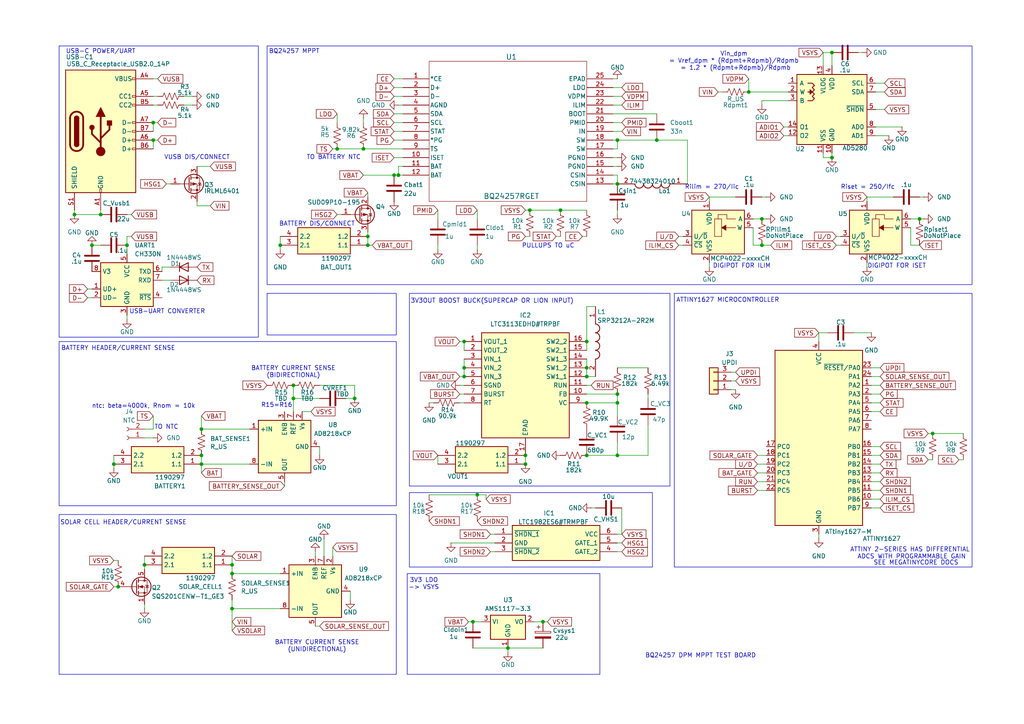
<source format=kicad_sch>
(kicad_sch (version 20231120) (generator "eeschema") (generator_version "8.0")
  (paper "A4")
  (junction (at 115.57 50.8))
  (junction (at 179.07 116.84))
  (junction (at 58.42 134.62))
  (junction (at 170.18 116.84))
  (junction (at 241.3 15.24))
  (junction (at 170.18 99.06))
  (junction (at 21.59 62.23))
  (junction (at 114.3 50.8))
  (junction (at 105.41 43.18))
  (junction (at 34.29 170.18))
  (junction (at 153.67 60.96))
  (junction (at 58.42 124.46))
  (junction (at 97.79 43.18))
  (junction (at 67.31 166.37))
  (junction (at 44.45 35.56))
  (junction (at 67.31 176.53))
  (junction (at 162.56 60.96))
  (junction (at 179.07 132.08))
  (junction (at 106.68 71.12))
  (junction (at 266.7 63.5))
  (junction (at 241.3 45.72))
  (junction (at 106.68 68.58))
  (junction (at 152.4 132.08))
  (junction (at 179.07 40.64))
  (junction (at 44.45 40.64))
  (junction (at 217.17 26.67))
  (junction (at 152.4 134.62))
  (junction (at 41.91 163.83))
  (junction (at 179.07 53.34))
  (junction (at 220.98 71.12))
  (junction (at 102.87 115.57))
  (junction (at 134.62 106.68))
  (junction (at 67.31 163.83))
  (junction (at 137.16 180.34))
  (junction (at 220.98 63.5))
  (junction (at 58.42 132.08))
  (junction (at 81.28 71.12))
  (junction (at 190.5 40.64))
  (junction (at 170.18 109.22))
  (junction (at 36.83 71.12))
  (junction (at 157.48 180.34))
  (junction (at 179.07 114.3))
  (junction (at 26.67 71.12))
  (junction (at 170.18 132.08))
  (junction (at 147.32 187.96))
  (junction (at 85.09 111.76))
  (junction (at 85.09 115.57))
  (junction (at 170.18 106.68))
  (junction (at 134.62 109.22))
  (junction (at 29.21 62.23))
  (junction (at 134.62 99.06))
  (junction (at 33.02 134.62))
  (junction (at 138.43 143.51))
  (junction (at 270.51 125.73))
  (wire (pts (xy 82.55 140.97) (xy 82.55 139.7)))
  (wire (pts (xy 220.98 29.21) (xy 220.98 30.48)))
  (wire (pts (xy 219.71 137.16) (xy 222.25 137.16)))
  (wire (pts (xy 187.96 114.3) (xy 187.96 115.57)))
  (wire (pts (xy 60.96 48.26) (xy 57.15 48.26)))
  (wire (pts (xy 106.68 67.31) (xy 106.68 68.58)))
  (wire (pts (xy 105.41 43.18) (xy 116.84 43.18)))
  (wire (pts (xy 106.68 55.88) (xy 106.68 57.15)))
  (wire (pts (xy 85.09 111.76) (xy 85.09 115.57)))
  (wire (pts (xy 58.42 120.65) (xy 58.42 124.46)))
  (wire (pts (xy 33.02 134.62) (xy 33.02 135.89)))
  (wire (pts (xy 252.73 134.62) (xy 255.27 134.62)))
  (wire (pts (xy 44.45 124.46) (xy 41.91 124.46)))
  (wire (pts (xy 218.44 71.12) (xy 218.44 66.04)))
  (wire (pts (xy 67.31 176.53) (xy 67.31 182.88)))
  (wire (pts (xy 44.45 120.65) (xy 44.45 124.46)))
  (wire (pts (xy 134.62 106.68) (xy 134.62 109.22)))
  (wire (pts (xy 252.73 132.08) (xy 255.27 132.08)))
  (wire (pts (xy 241.3 44.45) (xy 241.3 45.72)))
  (wire (pts (xy 177.8 35.56) (xy 180.34 35.56)))
  (wire (pts (xy 116.84 48.26) (xy 115.57 48.26)))
  (wire (pts (xy 157.48 187.96) (xy 147.32 187.96)))
  (wire (pts (xy 101.6 171.45) (xy 101.6 173.99)))
  (wire (pts (xy 247.65 96.52) (xy 252.73 96.52)))
  (wire (pts (xy 252.73 142.24) (xy 255.27 142.24)))
  (wire (pts (xy 115.57 30.48) (xy 116.84 30.48)))
  (wire (pts (xy 196.85 68.58) (xy 198.12 68.58)))
  (wire (pts (xy 67.31 161.29) (xy 67.31 163.83)))
  (wire (pts (xy 67.31 166.37) (xy 81.28 166.37)))
  (wire (pts (xy 44.45 27.94) (xy 45.72 27.94)))
  (wire (pts (xy 152.4 68.58) (xy 153.67 68.58)))
  (wire (pts (xy 41.91 127) (xy 44.45 127)))
  (wire (pts (xy 252.73 106.68) (xy 255.27 106.68)))
  (wire (pts (xy 97.79 33.02) (xy 97.79 35.56)))
  (wire (pts (xy 251.46 57.15) (xy 259.08 57.15)))
  (wire (pts (xy 127 132.08) (xy 127 134.62)))
  (wire (pts (xy 92.71 129.54) (xy 92.71 132.08)))
  (wire (pts (xy 255.27 114.3) (xy 252.73 114.3)))
  (wire (pts (xy 220.98 71.12) (xy 218.44 71.12)))
  (wire (pts (xy 85.09 115.57) (xy 85.09 119.38)))
  (wire (pts (xy 138.43 60.96) (xy 138.43 63.5)))
  (wire (pts (xy 172.72 88.9) (xy 170.18 88.9)))
  (wire (pts (xy 212.09 113.03) (xy 213.36 113.03)))
  (wire (pts (xy 142.24 160.02) (xy 143.51 160.02)))
  (wire (pts (xy 44.45 30.48) (xy 45.72 30.48)))
  (wire (pts (xy 177.8 33.02) (xy 190.5 33.02)))
  (wire (pts (xy 177.8 30.48) (xy 180.34 30.48)))
  (wire (pts (xy 252.73 109.22) (xy 255.27 109.22)))
  (wire (pts (xy 219.71 142.24) (xy 222.25 142.24)))
  (wire (pts (xy 137.16 180.34) (xy 139.7 180.34)))
  (wire (pts (xy 67.31 176.53) (xy 81.28 176.53)))
  (wire (pts (xy 255.27 116.84) (xy 252.73 116.84)))
  (wire (pts (xy 102.87 115.57) (xy 100.33 115.57)))
  (wire (pts (xy 252.73 129.54) (xy 255.27 129.54)))
  (wire (pts (xy 133.35 99.06) (xy 134.62 99.06)))
  (wire (pts (xy 254 36.83) (xy 261.62 36.83)))
  (wire (pts (xy 187.96 132.08) (xy 179.07 132.08)))
  (wire (pts (xy 179.07 128.27) (xy 179.07 132.08)))
  (wire (pts (xy 177.8 25.4) (xy 180.34 25.4)))
  (wire (pts (xy 36.83 92.71) (xy 36.83 91.44)))
  (wire (pts (xy 92.71 115.57) (xy 85.09 115.57)))
  (wire (pts (xy 179.07 157.48) (xy 180.34 157.48)))
  (wire (pts (xy 172.72 147.32) (xy 171.45 147.32)))
  (wire (pts (xy 218.44 63.5) (xy 220.98 63.5)))
  (wire (pts (xy 170.18 109.22) (xy 172.72 109.22)))
  (wire (pts (xy 227.33 39.37) (xy 228.6 39.37)))
  (wire (pts (xy 196.85 71.12) (xy 198.12 71.12)))
  (wire (pts (xy 241.3 15.24) (xy 241.3 19.05)))
  (wire (pts (xy 138.43 71.12) (xy 138.43 72.39)))
  (wire (pts (xy 217.17 22.86) (xy 217.17 26.67)))
  (wire (pts (xy 53.34 27.94) (xy 55.88 27.94)))
  (wire (pts (xy 114.3 25.4) (xy 116.84 25.4)))
  (wire (pts (xy 205.74 57.15) (xy 205.74 58.42)))
  (wire (pts (xy 48.26 53.34) (xy 49.53 53.34)))
  (wire (pts (xy 38.1 68.58) (xy 36.83 68.58)))
  (wire (pts (xy 58.42 124.46) (xy 72.39 124.46)))
  (wire (pts (xy 97.79 43.18) (xy 105.41 43.18)))
  (wire (pts (xy 124.46 143.51) (xy 138.43 143.51)))
  (wire (pts (xy 179.07 132.08) (xy 170.18 132.08)))
  (wire (pts (xy 170.18 104.14) (xy 170.18 106.68)))
  (wire (pts (xy 222.25 57.15) (xy 220.98 57.15)))
  (wire (pts (xy 44.45 40.64) (xy 45.72 40.64)))
  (wire (pts (xy 219.71 132.08) (xy 222.25 132.08)))
  (wire (pts (xy 238.76 45.72) (xy 241.3 45.72)))
  (wire (pts (xy 44.45 40.64) (xy 44.45 43.18)))
  (wire (pts (xy 124.46 116.84) (xy 125.73 116.84)))
  (wire (pts (xy 266.7 57.15) (xy 267.97 57.15)))
  (wire (pts (xy 179.07 43.18) (xy 179.07 40.64)))
  (wire (pts (xy 21.59 62.23) (xy 29.21 62.23)))
  (wire (pts (xy 91.44 181.61) (xy 92.71 181.61)))
  (wire (pts (xy 269.24 133.35) (xy 270.51 133.35)))
  (wire (pts (xy 114.3 50.8) (xy 115.57 50.8)))
  (wire (pts (xy 238.76 15.24) (xy 238.76 19.05)))
  (wire (pts (xy 96.52 43.18) (xy 97.79 43.18)))
  (wire (pts (xy 137.16 187.96) (xy 147.32 187.96)))
  (wire (pts (xy 46.99 77.47) (xy 46.99 78.74)))
  (wire (pts (xy 142.24 154.94) (xy 143.51 154.94)))
  (wire (pts (xy 252.73 111.76) (xy 255.27 111.76)))
  (wire (pts (xy 57.15 58.42) (xy 57.15 59.69)))
  (wire (pts (xy 227.33 36.83) (xy 228.6 36.83)))
  (wire (pts (xy 179.07 50.8) (xy 179.07 53.34)))
  (wire (pts (xy 162.56 68.58) (xy 161.29 68.58)))
  (wire (pts (xy 252.73 137.16) (xy 255.27 137.16)))
  (wire (pts (xy 254 26.67) (xy 256.54 26.67)))
  (wire (pts (xy 212.09 110.49) (xy 213.36 110.49)))
  (wire (pts (xy 171.45 111.76) (xy 170.18 111.76)))
  (wire (pts (xy 179.07 106.68) (xy 187.96 106.68)))
  (wire (pts (xy 252.73 147.32) (xy 255.27 147.32)))
  (wire (pts (xy 130.81 157.48) (xy 143.51 157.48)))
  (wire (pts (xy 219.71 139.7) (xy 222.25 139.7)))
  (wire (pts (xy 33.02 134.62) (xy 33.02 132.08)))
  (wire (pts (xy 106.68 71.12) (xy 107.95 71.12)))
  (wire (pts (xy 44.45 35.56) (xy 44.45 38.1)))
  (wire (pts (xy 140.97 143.51) (xy 138.43 143.51)))
  (wire (pts (xy 254 39.37) (xy 257.81 39.37)))
  (wire (pts (xy 106.68 68.58) (xy 106.68 71.12)))
  (wire (pts (xy 264.16 63.5) (xy 266.7 63.5)))
  (wire (pts (xy 252.73 144.78) (xy 255.27 144.78)))
  (wire (pts (xy 266.7 63.5) (xy 267.97 63.5)))
  (wire (pts (xy 238.76 15.24) (xy 241.3 15.24)))
  (wire (pts (xy 92.71 111.76) (xy 102.87 111.76)))
  (wire (pts (xy 114.3 33.02) (xy 116.84 33.02)))
  (wire (pts (xy 270.51 125.73) (xy 279.4 125.73)))
  (wire (pts (xy 264.16 66.04) (xy 264.16 71.12)))
  (wire (pts (xy 264.16 71.12) (xy 266.7 71.12)))
  (wire (pts (xy 33.02 162.56) (xy 34.29 162.56)))
  (wire (pts (xy 237.49 96.52) (xy 237.49 99.06)))
  (wire (pts (xy 237.49 96.52) (xy 240.03 96.52)))
  (wire (pts (xy 127 71.12) (xy 127 72.39)))
  (wire (pts (xy 212.09 107.95) (xy 213.36 107.95)))
  (wire (pts (xy 220.98 29.21) (xy 228.6 29.21)))
  (wire (pts (xy 36.83 71.12) (xy 36.83 73.66)))
  (wire (pts (xy 114.3 40.64) (xy 116.84 40.64)))
  (wire (pts (xy 179.07 160.02) (xy 180.34 160.02)))
  (wire (pts (xy 162.56 60.96) (xy 170.18 60.96)))
  (wire (pts (xy 102.87 111.76) (xy 102.87 115.57)))
  (wire (pts (xy 134.62 99.06) (xy 134.62 101.6)))
  (wire (pts (xy 135.89 180.34) (xy 137.16 180.34)))
  (wire (pts (xy 57.15 59.69) (xy 60.96 59.69)))
  (wire (pts (xy 21.59 60.96) (xy 21.59 62.23)))
  (wire (pts (xy 41.91 163.83) (xy 41.91 165.1)))
  (wire (pts (xy 238.76 44.45) (xy 238.76 45.72)))
  (wire (pts (xy 58.42 134.62) (xy 58.42 132.08)))
  (wire (pts (xy 168.91 68.58) (xy 170.18 68.58)))
  (wire (pts (xy 81.28 68.58) (xy 81.28 71.12)))
  (wire (pts (xy 147.32 187.96) (xy 147.32 189.23)))
  (wire (pts (xy 177.8 53.34) (xy 179.07 53.34)))
  (wire (pts (xy 36.83 62.23) (xy 38.1 62.23)))
  (wire (pts (xy 154.94 180.34) (xy 157.48 180.34)))
  (wire (pts (xy 114.3 35.56) (xy 116.84 35.56)))
  (wire (pts (xy 179.07 154.94) (xy 180.34 154.94)))
  (wire (pts (xy 44.45 35.56) (xy 45.72 35.56)))
  (wire (pts (xy 242.57 68.58) (xy 243.84 68.58)))
  (wire (pts (xy 179.07 60.96) (xy 179.07 62.23)))
  (wire (pts (xy 133.35 109.22) (xy 134.62 109.22)))
  (wire (pts (xy 58.42 134.62) (xy 72.39 134.62)))
  (wire (pts (xy 220.98 63.5) (xy 222.25 63.5)))
  (wire (pts (xy 53.34 30.48) (xy 55.88 30.48)))
  (wire (pts (xy 250.19 15.24) (xy 248.92 15.24)))
  (wire (pts (xy 152.4 132.08) (xy 152.4 134.62)))
  (wire (pts (xy 220.98 71.12) (xy 223.52 71.12)))
  (wire (pts (xy 114.3 27.94) (xy 116.84 27.94)))
  (wire (pts (xy 93.98 156.21) (xy 93.98 161.29)))
  (wire (pts (xy 177.8 48.26) (xy 179.07 48.26)))
  (wire (pts (xy 67.31 163.83) (xy 67.31 166.37)))
  (wire (pts (xy 255.27 119.38) (xy 252.73 119.38)))
  (wire (pts (xy 67.31 173.99) (xy 67.31 176.53)))
  (wire (pts (xy 217.17 26.67) (xy 228.6 26.67)))
  (wire (pts (xy 41.91 161.29) (xy 41.91 163.83)))
  (wire (pts (xy 256.54 31.75) (xy 254 31.75)))
  (wire (pts (xy 269.24 125.73) (xy 270.51 125.73)))
  (wire (pts (xy 187.96 123.19) (xy 187.96 132.08)))
  (wire (pts (xy 153.67 60.96) (xy 162.56 60.96)))
  (wire (pts (xy 152.4 60.96) (xy 153.67 60.96)))
  (wire (pts (xy 91.44 160.02) (xy 91.44 161.29)))
  (wire (pts (xy 115.57 50.8) (xy 116.84 50.8)))
  (wire (pts (xy 44.45 22.86) (xy 45.72 22.86)))
  (wire (pts (xy 41.91 175.26) (xy 41.91 176.53)))
  (wire (pts (xy 25.4 86.36) (xy 26.67 86.36)))
  (wire (pts (xy 97.79 62.23) (xy 99.06 62.23)))
  (wire (pts (xy 278.13 133.35) (xy 279.4 133.35)))
  (wire (pts (xy 180.34 147.32) (xy 180.34 154.94)))
  (wire (pts (xy 105.41 34.29) (xy 105.41 35.56)))
  (wire (pts (xy 237.49 154.94) (xy 237.49 156.21)))
  (wire (pts (xy 254 24.13) (xy 256.54 24.13)))
  (wire (pts (xy 242.57 71.12) (xy 243.84 71.12)))
  (wire (pts (xy 177.8 38.1) (xy 180.34 38.1)))
  (wire (pts (xy 26.67 71.12) (xy 29.21 71.12)))
  (wire (pts (xy 46.99 81.28) (xy 49.53 81.28)))
  (wire (pts (xy 251.46 76.2) (xy 251.46 77.47)))
  (wire (pts (xy 133.35 116.84) (xy 134.62 116.84)))
  (wire (pts (xy 157.48 180.34) (xy 158.75 180.34)))
  (wire (pts (xy 177.8 22.86) (xy 179.07 22.86)))
  (wire (pts (xy 170.18 99.06) (xy 170.18 101.6)))
  (wire (pts (xy 170.18 88.9) (xy 170.18 99.06)))
  (wire (pts (xy 49.53 77.47) (xy 46.99 77.47)))
  (wire (pts (xy 105.41 50.8) (xy 114.3 50.8)))
  (wire (pts (xy 251.46 57.15) (xy 251.46 58.42)))
  (wire (pts (xy 177.8 43.18) (xy 179.07 43.18)))
  (wire (pts (xy 134.62 104.14) (xy 134.62 106.68)))
  (wire (pts (xy 29.21 60.96) (xy 29.21 62.23)))
  (wire (pts (xy 179.07 40.64) (xy 190.5 40.64)))
  (wire (pts (xy 81.28 71.12) (xy 81.28 72.39)))
  (wire (pts (xy 177.8 40.64) (xy 179.07 40.64)))
  (wire (pts (xy 177.8 27.94) (xy 180.34 27.94)))
  (wire (pts (xy 199.39 53.34) (xy 199.39 40.64)))
  (wire (pts (xy 58.42 137.16) (xy 58.42 134.62)))
  (wire (pts (xy 33.02 170.18) (xy 34.29 170.18)))
  (wire (pts (xy 114.3 45.72) (xy 116.84 45.72)))
  (wire (pts (xy 179.07 114.3) (xy 179.07 116.84)))
  (wire (pts (xy 133.35 114.3) (xy 134.62 114.3)))
  (wire (pts (xy 177.8 45.72) (xy 179.07 45.72)))
  (wire (pts (xy 205.74 76.2) (xy 205.74 77.47)))
  (wire (pts (xy 133.35 111.76) (xy 134.62 111.76)))
  (wire (pts (xy 170.18 116.84) (xy 179.07 116.84)))
  (wire (pts (xy 179.07 120.65) (xy 179.07 116.84)))
  (wire (pts (xy 205.74 57.15) (xy 213.36 57.15)))
  (wire (pts (xy 219.71 134.62) (xy 222.25 134.62)))
  (wire (pts (xy 199.39 40.64) (xy 190.5 40.64)))
  (wire (pts (xy 114.3 38.1) (xy 116.84 38.1)))
  (wire (pts (xy 96.52 158.75) (xy 96.52 161.29)))
  (wire (pts (xy 114.3 22.86) (xy 116.84 22.86)))
  (wire (pts (xy 90.17 119.38) (xy 87.63 119.38)))
  (wire (pts (xy 252.73 139.7) (xy 255.27 139.7)))
  (wire (pts (xy 25.4 83.82) (xy 26.67 83.82)))
  (wire (pts (xy 170.18 106.68) (xy 170.18 109.22)))
  (wire (pts (xy 140.97 144.78) (xy 140.97 143.51)))
  (wire (pts (xy 177.8 50.8) (xy 179.07 50.8)))
  (wire (pts (xy 36.83 68.58) (xy 36.83 71.12)))
  (wire (pts (xy 208.28 26.67) (xy 209.55 26.67)))
  (wire (pts (xy 170.18 114.3) (xy 179.07 114.3)))
  (wire (pts (xy 127 60.96) (xy 127 63.5)))
  (wire (pts (xy 115.57 48.26) (xy 115.57 50.8)))
  (rectangle (start 77.47 13.335) (end 281.94 82.55))
  (rectangle (start 118.745 85.09) (end 194.31 140.97))
  (rectangle (start 195.58 85.09) (end 281.94 164.465))
  (rectangle (start 17.145 13.335) (end 74.93 97.79))
  (rectangle (start 118.745 142.875) (end 189.23 164.465))
  (rectangle (start 77.47 85.09) (end 114.935 97.155))
  (rectangle (start 118.11 166.37) (end 173.99 195.58))
  (rectangle (start 17.145 99.06) (end 114.935 146.685))
  (rectangle (start 17.145 149.225) (end 114.935 195.58))
  (text "BATTERY CURRENT SENSE\n(BIDIRECTIONAL)" (at 85.09 107.95 0) (effects (font (size 1.27 1.27))))
  (text "3V3 LDO\n-> VSYS" (at 122.936 169.418 0) (effects (font (size 1.27 1.27))))
  (text "PULLUPS TO uC" (at 159.004 71.374 0) (effects (font (size 1.27 1.27))))
  (text "TO BATTERY NTC" (at 96.774 45.72 0) (effects (font (size 1.27 1.27))))
  (text "USB-UART CONVERTER" (at 48.514 90.424 0) (effects (font (size 1.27 1.27))))
  (text "DIGIPOT FOR ILIM" (at 215.138 77.216 0) (effects (font (size 1.27 1.27))))
  (text "BATTERY CURRENT SENSE\n(UNIDIRECTIONAL)" (at 91.948 187.452 0) (effects (font (size 1.27 1.27))))
  (text "DIGIPOT FOR ISET\n" (at 260.096 77.216 0) (effects (font (size 1.27 1.27))))
  (text "Riset = 250/Ifc" (at 251.714 54.356 0) (effects (font (size 1.27 1.27))))
  (text "BQ24257 MPPT" (at 85.344 14.986 0) (effects (font (size 1.27 1.27))))
  (text "BATTERY HEADER/CURRENT SENSE" (at 34.29 101.092 0) (effects (font (size 1.27 1.27))))
  (text "SOLAR CELL HEADER/CURRENT SENSE" (at 35.814 151.638 0) (effects (font (size 1.27 1.27))))
  (text "ntc: beta=4000k, Rnom = 10k" (at 41.656 117.856 0) (effects (font (size 1.27 1.27))))
  (text "USB-C POWER/UART\n" (at 29.21 14.986 0) (effects (font (size 1.27 1.27))))
  (text "ATTINY 2-SERIES HAS DIFFERENTIAL \nADCS WITH PROGRAMMABLE GAIN" (at 264.414 160.528 0) (effects (font (size 1.27 1.27))))
  (text "Rilim = 270/Iic" (at 206.502 54.356 0) (effects (font (size 1.27 1.27))))
  (text "SEE MEGATINYCORE DOCS" (at 265.684 163.322 0) (effects (font (size 1.27 1.27))))
  (text "R15=R16" (at 80.264 117.602 0) (effects (font (size 1.27 1.27))))
  (text "VUSB DIS/CONNECT" (at 57.15 45.72 0) (effects (font (size 1.27 1.27))))
  (text "3V3OUT BOOST BUCK(SUPERCAP OR LION INPUT)" (at 142.748 87.376 0) (effects (font (size 1.27 1.27))))
  (text "ATTINY1627 MICROCONTROLLER" (at 211.074 87.122 0) (effects (font (size 1.27 1.27))))
  (text "BQ24257 DPM MPPT TEST BOARD\n" (at 203.2 190.246 0) (effects (font (size 1.27 1.27))))
  (text "TO NTC" (at 48.26 123.952 0) (effects (font (size 1.27 1.27))))
  (text "Vin_dpm \n= Vref_dpm * (Rdpmt+Rdpmb)/Rdpmb \n= 1.2 * (Rdpmt+Rdpmb)/Rdpmb\n" (at 213.36 17.78 0) (effects (font (size 1.27 1.27))))
  (text "BATTERY DIS/CONNECT" (at 91.948 65.024 0) (effects (font (size 1.27 1.27))))
  (global_label "VSYS" (shape input) (at 140.97 144.78 0) (property "Intersheetrefs" "${INTERSHEET_REFS}" (effects (hide yes))))
  (global_label "SHDN1" (shape input) (at 124.46 151.13 0) (property "Intersheetrefs" "${INTERSHEET_REFS}" (effects (hide yes))))
  (global_label "SHDN2" (shape input) (at 255.27 139.7 0) (property "Intersheetrefs" "${INTERSHEET_REFS}" (effects (hide yes))))
  (global_label "VBAT_OUT" (shape input) (at 133.35 109.22 180) (property "Intersheetrefs" "${INTERSHEET_REFS}" (effects (hide yes))))
  (global_label "ADIO1" (shape input) (at 227.33 36.83 180) (property "Intersheetrefs" "${INTERSHEET_REFS}" (effects (hide yes))))
  (global_label "ILIM" (shape input) (at 223.52 71.12 0) (property "Intersheetrefs" "${INTERSHEET_REFS}" (effects (hide yes))))
  (global_label "CE" (shape input) (at 114.3 22.86 180) (property "Intersheetrefs" "${INTERSHEET_REFS}" (effects (hide yes))))
  (global_label "VBAT" (shape input) (at 105.41 50.8 180) (property "Intersheetrefs" "${INTERSHEET_REFS}" (effects (hide yes))))
  (global_label "D+" (shape input) (at 25.4 83.82 180) (property "Intersheetrefs" "${INTERSHEET_REFS}" (effects (hide yes))))
  (global_label "SCL" (shape input) (at 114.3 35.56 180) (property "Intersheetrefs" "${INTERSHEET_REFS}" (effects (hide yes))))
  (global_label "SOLAR" (shape input) (at 67.31 161.29 0) (property "Intersheetrefs" "${INTERSHEET_REFS}" (effects (hide yes))))
  (global_label "SOLAR_SENSE_OUT" (shape input) (at 92.71 181.61 0) (property "Intersheetrefs" "${INTERSHEET_REFS}" (effects (hide yes))))
  (global_label "VSYS" (shape input) (at 33.02 162.56 180) (property "Intersheetrefs" "${INTERSHEET_REFS}" (effects (hide yes))))
  (global_label "HSG1" (shape input) (at 180.34 157.48 0) (property "Intersheetrefs" "${INTERSHEET_REFS}" (effects (hide yes))))
  (global_label "VOUT" (shape input) (at 133.35 99.06 180) (property "Intersheetrefs" "${INTERSHEET_REFS}" (effects (hide yes))))
  (global_label "SCL" (shape input) (at 256.54 24.13 0) (property "Intersheetrefs" "${INTERSHEET_REFS}" (effects (hide yes))))
  (global_label "SHDN2" (shape input) (at 142.24 160.02 180) (property "Intersheetrefs" "${INTERSHEET_REFS}" (effects (hide yes))))
  (global_label "RX" (shape input) (at 255.27 137.16 0) (property "Intersheetrefs" "${INTERSHEET_REFS}" (effects (hide yes))))
  (global_label "SDA" (shape input) (at 255.27 132.08 0) (property "Intersheetrefs" "${INTERSHEET_REFS}" (effects (hide yes))))
  (global_label "SHDN2" (shape input) (at 138.43 151.13 0) (property "Intersheetrefs" "${INTERSHEET_REFS}" (effects (hide yes))))
  (global_label "VBAT" (shape input) (at 58.42 120.65 0) (property "Intersheetrefs" "${INTERSHEET_REFS}" (effects (hide yes))))
  (global_label "U{slash}D" (shape input) (at 196.85 68.58 180) (property "Intersheetrefs" "${INTERSHEET_REFS}" (effects (hide yes))))
  (global_label "VDPM" (shape input) (at 217.17 22.86 180) (property "Intersheetrefs" "${INTERSHEET_REFS}" (effects (hide yes))))
  (global_label "SDA" (shape input) (at 114.3 33.02 180) (property "Intersheetrefs" "${INTERSHEET_REFS}" (effects (hide yes))))
  (global_label "BURST" (shape input) (at 133.35 114.3 180) (property "Intersheetrefs" "${INTERSHEET_REFS}" (effects (hide yes))))
  (global_label "SHDN1" (shape input) (at 142.24 154.94 180) (property "Intersheetrefs" "${INTERSHEET_REFS}" (effects (hide yes))))
  (global_label "VDPM" (shape input) (at 180.34 27.94 0) (property "Intersheetrefs" "${INTERSHEET_REFS}" (effects (hide yes))))
  (global_label "ILIM" (shape input) (at 180.34 30.48 0) (property "Intersheetrefs" "${INTERSHEET_REFS}" (effects (hide yes))))
  (global_label "SDA" (shape input) (at 256.54 26.67 0) (property "Intersheetrefs" "${INTERSHEET_REFS}" (effects (hide yes))))
  (global_label "SOLAR_GATE" (shape input) (at 33.02 170.18 180) (property "Intersheetrefs" "${INTERSHEET_REFS}" (effects (hide yes))))
  (global_label "VSYS" (shape input) (at 180.34 154.94 0) (property "Intersheetrefs" "${INTERSHEET_REFS}" (effects (hide yes))))
  (global_label "VSYS" (shape input) (at 152.4 60.96 180) (property "Intersheetrefs" "${INTERSHEET_REFS}" (effects (hide yes))))
  (global_label "VSYS" (shape input) (at 238.76 15.24 180) (property "Intersheetrefs" "${INTERSHEET_REFS}" (effects (hide yes))))
  (global_label "D-" (shape input) (at 25.4 86.36 180) (property "Intersheetrefs" "${INTERSHEET_REFS}" (effects (hide yes))))
  (global_label "VSYS" (shape input) (at 158.75 180.34 0) (property "Intersheetrefs" "${INTERSHEET_REFS}" (effects (hide yes))))
  (global_label "U{slash}D" (shape input) (at 242.57 68.58 180) (property "Intersheetrefs" "${INTERSHEET_REFS}" (effects (hide yes))))
  (global_label "BATTERY_SENSE_OUT" (shape input) (at 82.55 140.97 180) (property "Intersheetrefs" "${INTERSHEET_REFS}" (effects (hide yes))))
  (global_label "VSYS" (shape input) (at 77.47 111.76 180) (property "Intersheetrefs" "${INTERSHEET_REFS}" (effects (hide yes))))
  (global_label "SCL" (shape input) (at 255.27 129.54 0) (property "Intersheetrefs" "${INTERSHEET_REFS}" (effects (hide yes))))
  (global_label "VSYS" (shape input) (at 256.54 31.75 0) (property "Intersheetrefs" "${INTERSHEET_REFS}" (effects (hide yes))))
  (global_label "ISET" (shape input) (at 266.7 71.12 0) (property "Intersheetrefs" "${INTERSHEET_REFS}" (effects (hide yes))))
  (global_label "ADIO2" (shape input) (at 227.33 39.37 180) (property "Intersheetrefs" "${INTERSHEET_REFS}" (effects (hide yes))))
  (global_label "VUSB" (shape input) (at 38.1 62.23 0) (property "Intersheetrefs" "${INTERSHEET_REFS}" (effects (hide yes))))
  (global_label "D+" (shape input) (at 114.3 25.4 180) (property "Intersheetrefs" "${INTERSHEET_REFS}" (effects (hide yes))))
  (global_label "VOUT" (shape input) (at 127 132.08 180) (property "Intersheetrefs" "${INTERSHEET_REFS}" (effects (hide yes))))
  (global_label "VBAT" (shape input) (at 106.68 55.88 180) (property "Intersheetrefs" "${INTERSHEET_REFS}" (effects (hide yes))))
  (global_label "SOLAR_GATE" (shape input) (at 219.71 132.08 180) (property "Intersheetrefs" "${INTERSHEET_REFS}" (effects (hide yes))))
  (global_label "HSG2" (shape input) (at 97.79 62.23 180) (property "Intersheetrefs" "${INTERSHEET_REFS}" (effects (hide yes))))
  (global_label "D-" (shape input) (at 45.72 35.56 0) (property "Intersheetrefs" "${INTERSHEET_REFS}" (effects (hide yes))))
  (global_label "VSYS" (shape input) (at 96.52 158.75 0) (property "Intersheetrefs" "${INTERSHEET_REFS}" (effects (hide yes))))
  (global_label "CE" (shape input) (at 168.91 68.58 180) (property "Intersheetrefs" "${INTERSHEET_REFS}" (effects (hide yes))))
  (global_label "ISET_CS" (shape input) (at 255.27 147.32 0) (property "Intersheetrefs" "${INTERSHEET_REFS}" (effects (hide yes))))
  (global_label "TX" (shape input) (at 57.15 77.47 0) (property "Intersheetrefs" "${INTERSHEET_REFS}" (effects (hide yes))))
  (global_label "LDO" (shape input) (at 97.79 33.02 180) (property "Intersheetrefs" "${INTERSHEET_REFS}" (effects (hide yes))))
  (global_label "SCL" (shape input) (at 278.13 133.35 180) (property "Intersheetrefs" "${INTERSHEET_REFS}" (effects (hide yes))))
  (global_label "VIN" (shape input) (at 60.96 59.69 0) (property "Intersheetrefs" "${INTERSHEET_REFS}" (effects (hide yes))))
  (global_label "VUSB" (shape input) (at 38.1 68.58 0) (property "Intersheetrefs" "${INTERSHEET_REFS}" (effects (hide yes))))
  (global_label "RX" (shape input) (at 57.15 81.28 0) (property "Intersheetrefs" "${INTERSHEET_REFS}" (effects (hide yes))))
  (global_label "HSG1" (shape input) (at 48.26 53.34 180) (property "Intersheetrefs" "${INTERSHEET_REFS}" (effects (hide yes))))
  (global_label "UPDI" (shape input) (at 213.36 107.95 0) (property "Intersheetrefs" "${INTERSHEET_REFS}" (effects (hide yes))))
  (global_label "TS" (shape input) (at 96.52 43.18 180) (property "Intersheetrefs" "${INTERSHEET_REFS}" (effects (hide yes))))
  (global_label "CE" (shape input) (at 255.27 119.38 0) (property "Intersheetrefs" "${INTERSHEET_REFS}" (effects (hide yes))))
  (global_label "STAT" (shape input) (at 114.3 38.1 180) (property "Intersheetrefs" "${INTERSHEET_REFS}" (effects (hide yes))))
  (global_label "BAT" (shape input) (at 58.42 137.16 0) (property "Intersheetrefs" "${INTERSHEET_REFS}" (effects (hide yes))))
  (global_label "VSYS" (shape input) (at 205.74 57.15 180) (property "Intersheetrefs" "${INTERSHEET_REFS}" (effects (hide yes))))
  (global_label "ILIM_CS" (shape input) (at 196.85 71.12 180) (property "Intersheetrefs" "${INTERSHEET_REFS}" (effects (hide yes))))
  (global_label "VBAT" (shape input) (at 135.89 180.34 180) (property "Intersheetrefs" "${INTERSHEET_REFS}" (effects (hide yes))))
  (global_label "STAT" (shape input) (at 255.27 116.84 0) (property "Intersheetrefs" "${INTERSHEET_REFS}" (effects (hide yes))))
  (global_label "SHDN1" (shape input) (at 255.27 142.24 0) (property "Intersheetrefs" "${INTERSHEET_REFS}" (effects (hide yes))))
  (global_label "BATTERY_SENSE_OUT" (shape input) (at 255.27 111.76 0) (property "Intersheetrefs" "${INTERSHEET_REFS}" (effects (hide yes))))
  (global_label "PG" (shape input) (at 114.3 40.64 180) (property "Intersheetrefs" "${INTERSHEET_REFS}" (effects (hide yes))))
  (global_label "ILIM_CS" (shape input) (at 255.27 144.78 0) (property "Intersheetrefs" "${INTERSHEET_REFS}" (effects (hide yes))))
  (global_label "SDA" (shape input) (at 269.24 133.35 180) (property "Intersheetrefs" "${INTERSHEET_REFS}" (effects (hide yes))))
  (global_label "VSOLAR" (shape input) (at 67.31 182.88 0) (property "Intersheetrefs" "${INTERSHEET_REFS}" (effects (hide yes))))
  (global_label "BAT_GATE" (shape input) (at 219.71 137.16 180) (property "Intersheetrefs" "${INTERSHEET_REFS}" (effects (hide yes))))
  (global_label "TS" (shape input) (at 44.45 120.65 180) (property "Intersheetrefs" "${INTERSHEET_REFS}" (effects (hide yes))))
  (global_label "RUN" (shape input) (at 171.45 111.76 0) (property "Intersheetrefs" "${INTERSHEET_REFS}" (effects (hide yes))))
  (global_label "D+" (shape input) (at 45.72 40.64 0) (property "Intersheetrefs" "${INTERSHEET_REFS}" (effects (hide yes))))
  (global_label "SOLAR_SENSE_OUT" (shape input) (at 255.27 109.22 0) (property "Intersheetrefs" "${INTERSHEET_REFS}" (effects (hide yes))))
  (global_label "PG" (shape input) (at 255.27 114.3 0) (property "Intersheetrefs" "${INTERSHEET_REFS}" (effects (hide yes))))
  (global_label "LDO" (shape input) (at 138.43 60.96 180) (property "Intersheetrefs" "${INTERSHEET_REFS}" (effects (hide yes))))
  (global_label "ISET_CS" (shape input) (at 242.57 71.12 180) (property "Intersheetrefs" "${INTERSHEET_REFS}" (effects (hide yes))))
  (global_label "RUN" (shape input) (at 219.71 139.7 180) (property "Intersheetrefs" "${INTERSHEET_REFS}" (effects (hide yes))))
  (global_label "PMID" (shape input) (at 180.34 35.56 0) (property "Intersheetrefs" "${INTERSHEET_REFS}" (effects (hide yes))))
  (global_label "VSYS" (shape input) (at 269.24 125.73 180) (property "Intersheetrefs" "${INTERSHEET_REFS}" (effects (hide yes))))
  (global_label "TX" (shape input) (at 255.27 134.62 0) (property "Intersheetrefs" "${INTERSHEET_REFS}" (effects (hide yes))))
  (global_label "VIN" (shape input) (at 208.28 26.67 180) (property "Intersheetrefs" "${INTERSHEET_REFS}" (effects (hide yes))))
  (global_label "VIN" (shape input) (at 180.34 38.1 0) (property "Intersheetrefs" "${INTERSHEET_REFS}" (effects (hide yes))))
  (global_label "D-" (shape input) (at 114.3 27.94 180) (property "Intersheetrefs" "${INTERSHEET_REFS}" (effects (hide yes))))
  (global_label "PMID" (shape input) (at 127 60.96 180) (property "Intersheetrefs" "${INTERSHEET_REFS}" (effects (hide yes))))
  (global_label "VSYS" (shape input) (at 213.36 110.49 0) (property "Intersheetrefs" "${INTERSHEET_REFS}" (effects (hide yes))))
  (global_label "VUSB" (shape input) (at 45.72 22.86 0) (property "Intersheetrefs" "${INTERSHEET_REFS}" (effects (hide yes))))
  (global_label "U{slash}D" (shape input) (at 219.71 134.62 180) (property "Intersheetrefs" "${INTERSHEET_REFS}" (effects (hide yes))))
  (global_label "VBAT_OUT" (shape input) (at 107.95 71.12 0) (property "Intersheetrefs" "${INTERSHEET_REFS}" (effects (hide yes))))
  (global_label "VIN" (shape input) (at 67.31 180.34 0) (property "Intersheetrefs" "${INTERSHEET_REFS}" (effects (hide yes))))
  (global_label "VSYS" (shape input) (at 237.49 96.52 180) (property "Intersheetrefs" "${INTERSHEET_REFS}" (effects (hide yes))))
  (global_label "STAT" (shape input) (at 161.29 68.58 180) (property "Intersheetrefs" "${INTERSHEET_REFS}" (effects (hide yes))))
  (global_label "PG" (shape input) (at 152.4 68.58 180) (property "Intersheetrefs" "${INTERSHEET_REFS}" (effects (hide yes))))
  (global_label "VUSB" (shape input) (at 60.96 48.26 0) (property "Intersheetrefs" "${INTERSHEET_REFS}" (effects (hide yes))))
  (global_label "HSG2" (shape input) (at 180.34 160.02 0) (property "Intersheetrefs" "${INTERSHEET_REFS}" (effects (hide yes))))
  (global_label "VSYS" (shape input) (at 251.46 57.15 180) (property "Intersheetrefs" "${INTERSHEET_REFS}" (effects (hide yes))))
  (global_label "VSYS" (shape input) (at 90.17 119.38 0) (property "Intersheetrefs" "${INTERSHEET_REFS}" (effects (hide yes))))
  (global_label "UPDI" (shape input) (at 255.27 106.68 0) (property "Intersheetrefs" "${INTERSHEET_REFS}" (effects (hide yes))))
  (global_label "ISET" (shape input) (at 114.3 45.72 180) (property "Intersheetrefs" "${INTERSHEET_REFS}" (effects (hide yes))))
  (global_label "BURST" (shape input) (at 219.71 142.24 180) (property "Intersheetrefs" "${INTERSHEET_REFS}" (effects (hide yes))))
  (global_label "LDO" (shape input) (at 180.34 25.4 0) (property "Intersheetrefs" "${INTERSHEET_REFS}" (effects (hide yes))))
  (symbol (lib_id "Device:C") (at 127 67.31 0) (unit 1)
    (property "Reference" "Cpmid1" (at 128.27 65.024 0) (effects (justify left)))
    (property "Value" "1u" (at 129.032 68.58 0) (effects (justify left)))
    (property "Footprint" "PCM_4ms_Capacitor:C_0402" (effects (hide yes)))
    (property "Description" "Unpolarized capacitor" (effects (hide yes)))
  )
  (symbol (lib_id "Amplifier_Current:AD8218xCP") (at 82.55 129.54 90) (mirror x) (unit 1)
    (property "Reference" "U8" (at 96.52 123.2214 90))
    (property "Value" "AD8218xCP" (at 96.52 125.7614 90))
    (property "Footprint" "USER:SOP65P490X110-8N" (effects (hide yes)))
    (property "Datasheet" "https://www.analog.com/media/en/technical-documentation/data-sheets/AD8218.pdf" (effects (hide yes)))
    (property "Description" "80V Zero Drift, Bidirectional, Current Shunt Monitor, 20V/V gain, bandwidth 450kHz, Vcc=5V, LFCSP-8" (effects (hide yes)))
  )
  (symbol (lib_id "power:GND") (at 114.3 58.42 0) (unit 1)
    (property "Reference" "#PWR020" (effects (hide yes)))
    (property "Value" "GND" (at 114.3 61.976 0))
    (property "Description" "Power symbol creates a global label with name \"GND\" , ground" (effects (hide yes)))
  )
  (symbol (lib_id "Device:R_US") (at 153.67 64.77 180) (unit 1)
    (property "Reference" "R1" (at 150.114 65.786 0))
    (property "Value" "10k" (at 150.114 64.008 0))
    (property "Footprint" "PCM_4ms_Resistor:R_0402" (effects (hide yes)))
    (property "Description" "Resistor, US symbol" (effects (hide yes)))
  )
  (symbol (lib_id "Device:R_US") (at 220.98 67.31 0) (unit 1)
    (property "Reference" "RPilim1" (at 225.806 66.548 0))
    (property "Value" "DoNotPlace" (at 227.584 68.326 0))
    (property "Footprint" "PCM_4ms_Resistor:R_0402" (effects (hide yes)))
    (property "Description" "Resistor, US symbol" (effects (hide yes)))
  )
  (symbol (lib_id "power:GND") (at 222.25 63.5 90) (unit 1)
    (property "Reference" "#PWR011" (effects (hide yes)))
    (property "Value" "GND" (at 226.06 63.4999 90) (effects (justify right)))
    (property "Description" "Power symbol creates a global label with name \"GND\" , ground" (effects (hide yes)))
  )
  (symbol (lib_id "Device:C") (at 33.02 71.12 270) (unit 1)
    (property "Reference" "C5" (at 33.02 68.072 90))
    (property "Value" ".1u" (at 35.56 72.644 90))
    (property "Footprint" "PCM_4ms_Capacitor:C_0402" (effects (hide yes)))
    (property "Description" "Unpolarized capacitor" (effects (hide yes)))
  )
  (symbol (lib_id "power:GND") (at 205.74 77.47 0) (unit 1)
    (property "Reference" "#PWR012" (effects (hide yes)))
    (property "Value" "GND" (at 205.74 81.026 0))
    (property "Description" "Power symbol creates a global label with name \"GND\" , ground" (effects (hide yes)))
  )
  (symbol (lib_id "Device:C") (at 114.3 54.61 0) (unit 1)
    (property "Reference" "Cbat1" (at 117.094 53.594 0) (effects (justify left)))
    (property "Value" "22u" (at 117.094 56.134 0) (effects (justify left)))
    (property "Footprint" "PCM_4ms_Capacitor:C_0603" (effects (hide yes)))
    (property "Description" "Unpolarized capacitor" (effects (hide yes)))
  )
  (symbol (lib_id "Device:R_US") (at 162.56 64.77 180) (unit 1)
    (property "Reference" "R2" (at 159.004 65.786 0))
    (property "Value" "10k" (at 159.004 64.008 0))
    (property "Footprint" "PCM_4ms_Resistor:R_0402" (effects (hide yes)))
    (property "Description" "Resistor, US symbol" (effects (hide yes)))
  )
  (symbol (lib_id "power:GND") (at 127 72.39 0) (unit 1)
    (property "Reference" "#PWR023" (effects (hide yes)))
    (property "Value" "GND" (at 127 75.946 0))
    (property "Description" "Power symbol creates a global label with name \"GND\" , ground" (effects (hide yes)))
  )
  (symbol (lib_id "power:GND") (at 261.62 36.83 0) (unit 1)
    (property "Reference" "#PWR08" (effects (hide yes)))
    (property "Value" "GND" (at 261.62 40.386 0))
    (property "Description" "Power symbol creates a global label with name \"GND\" , ground" (effects (hide yes)))
  )
  (symbol (lib_id "power:GND") (at 179.07 62.23 0) (unit 1)
    (property "Reference" "#PWR019" (effects (hide yes)))
    (property "Value" "GND" (at 179.07 67.31 0))
    (property "Description" "Power symbol creates a global label with name \"GND\" , ground" (effects (hide yes)))
  )
  (symbol (lib_id "Connector:USB_C_Receptacle_USB2.0_14P") (at 29.21 38.1 0) (unit 1)
    (property "Reference" "USB-C1" (at 23.114 16.51 0))
    (property "Value" "USB_C_Receptacle_USB2.0_14P" (at 34.29 18.542 0))
    (property "Footprint" "Connector_USB:USB_C_Receptacle_Palconn_UTC16-G" (effects (hide yes)))
    (property "Datasheet" "https://www.usb.org/sites/default/files/documents/usb_type-c.zip" (effects (hide yes)))
    (property "Description" "USB 2.0-only 14P Type-C Receptacle connector" (effects (hide yes)))
  )
  (symbol (lib_id "Device:C") (at 262.89 57.15 90) (unit 1)
    (property "Reference" "C2" (effects (hide yes)))
    (property "Value" ".1u" (at 262.89 53.594 90))
    (property "Footprint" "PCM_4ms_Capacitor:C_0402" (effects (hide yes)))
    (property "Description" "Unpolarized capacitor" (effects (hide yes)))
  )
  (symbol (lib_id "power:GND") (at 241.3 45.72 0) (unit 1)
    (property "Reference" "#PWR06" (effects (hide yes)))
    (property "Value" "GND" (at 241.3 49.276 0))
    (property "Description" "Power symbol creates a global label with name \"GND\" , ground" (effects (hide yes)))
  )
  (symbol (lib_id "74438324010:74438324010") (at 199.39 53.34 180) (unit 1)
    (property "Reference" "Lo1" (at 192.786 55.372 0))
    (property "Value" "74438324010" (at 189.23 52.578 0))
    (property "Footprint" "Library:74438324010" (effects (hide yes)))
    (property "Datasheet" "https://componentsearchengine.com/Datasheets/1/74438324010.pdf" (effects (hide yes)))
    (property "Description" "WE-MAPI SMD Shielded Power Inductor, 2512, 1uH" (effects (hide yes)))
    (property "Height" "1.2" (effects (hide yes)))
    (property "Mouser Part Number" "710-74438324010" (effects (hide yes)))
    (property "Mouser Price/Stock" "https://www.mouser.com/Search/Refine.aspx?Keyword=710-74438324010" (effects (hide yes)))
    (property "Manufacturer_Name" "Wurth Elektronik" (effects (hide yes)))
    (property "Manufacturer_Part_Number" "74438324010" (effects (hide yes)))
  )
  (symbol (lib_id "Device:C") (at 96.52 115.57 270) (unit 1)
    (property "Reference" "CVREF1" (at 93.472 112.522 90) (effects (justify left)))
    (property "Value" "TBD" (at 97.536 114.3 90) (effects (justify left)))
    (property "Footprint" "PCM_4ms_Capacitor:C_0402" (effects (hide yes)))
    (property "Description" "Unpolarized capacitor" (effects (hide yes)))
  )
  (symbol (lib_id "Device:C_Polarized") (at 157.48 184.15 0) (unit 1)
    (property "Reference" "Cvsys1" (at 160.274 182.88 0) (effects (justify left)))
    (property "Value" "22u" (at 161.036 184.912 0) (effects (justify left)))
    (property "Footprint" "PCM_4ms_Capacitor:CP_Tantalum_EIA-6032-28_Kemet-C" (effects (hide yes)))
    (property "Description" "Polarized capacitor" (effects (hide yes)))
  )
  (symbol (lib_id "power:GND") (at 115.57 30.48 270) (unit 1)
    (property "Reference" "#PWR02" (effects (hide yes)))
    (property "Value" "GND" (at 111.76 30.4799 90) (effects (justify right)))
    (property "Description" "Power symbol creates a global label with name \"GND\" , ground" (effects (hide yes)))
  )
  (symbol (lib_id "power:GND") (at 171.45 147.32 270) (unit 1)
    (property "Reference" "#PWR041" (effects (hide yes)))
    (property "Value" "GND" (at 166.878 147.32 90))
    (property "Description" "Power symbol creates a global label with name \"GND\" , ground" (effects (hide yes)))
  )
  (symbol (lib_id "power:GND") (at 257.81 39.37 0) (unit 1)
    (property "Reference" "#PWR07" (effects (hide yes)))
    (property "Value" "GND" (at 257.81 42.926 0))
    (property "Description" "Power symbol creates a global label with name \"GND\" , ground" (effects (hide yes)))
  )
  (symbol (lib_id "1190297:1190297") (at 67.31 163.83 180) (unit 1)
    (property "Reference" "SOLAR_CELL1" (at 58.166 170.18 0))
    (property "Value" "1190297" (at 58.166 167.64 0))
    (property "Footprint" "1190297:1190297" (effects (hide yes)))
    (property "Datasheet" "https://g.componentsearchengine.com/Datasheets/0/15169004.pdf" (effects (hide yes)))
    (property "Description" "PCB terminal block, nominal current: 24 A, rated voltage (III/2): 400 V, nominal cross section: 2.5 mm2, number of potentials: 2, number of rows: 1, number of positions per row: 2, product range: LPT 2,5/, pitch: 5 mm, connection method: Lever Push-in connection, mounting: Wave soldering, conductor/PCB connection direction: 0 , color: green, Pin layout: Linear pinning, Solder pin [P]: 3.5 mm, type of packaging: packed in cardboard" (effects (hide yes)))
    (property "Height" "23.58" (effects (hide yes)))
    (property "Mouser Part Number" "651-1190297" (effects (hide yes)))
    (property "Mouser Price/Stock" "https://www.mouser.co.uk/ProductDetail/Phoenix-Contact/1190297?qs=QNEnbhJQKvaBinyAO%252BdsFA%3D%3D" (effects (hide yes)))
    (property "Manufacturer_Name" "Phoenix Contact" (effects (hide yes)))
    (property "Manufacturer_Part_Number" "1190297" (effects (hide yes)))
  )
  (symbol (lib_id "power:GND") (at 220.98 30.48 0) (unit 1)
    (property "Reference" "#PWR05" (effects (hide yes)))
    (property "Value" "GND" (at 220.98 34.036 0))
    (property "Description" "Power symbol creates a global label with name \"GND\" , ground" (effects (hide yes)))
  )
  (symbol (lib_id "Device:C") (at 179.07 57.15 0) (unit 1)
    (property "Reference" "Csin1" (at 179.324 55.372 0) (effects (justify left)))
    (property "Value" "1u" (at 179.832 59.436 0) (effects (justify left)))
    (property "Footprint" "PCM_4ms_Capacitor:C_0402" (effects (hide yes)))
    (property "Description" "Unpolarized capacitor" (effects (hide yes)))
  )
  (symbol (lib_id "Device:R_US") (at 67.31 170.18 0) (unit 1)
    (property "Reference" "SOLAR_SENSE1" (at 69.85 169.164 0) (effects (justify left)))
    (property "Value" "R_US" (at 69.85 171.4499 0) (effects (justify left)))
    (property "Footprint" "PCM_4ms_Resistor:R_1206_3216Metric" (effects (hide yes)))
    (property "Description" "Resistor, US symbol" (effects (hide yes)))
  )
  (symbol (lib_id "Device:R_US") (at 129.54 116.84 90) (unit 1)
    (property "Reference" "R14" (at 129.794 118.872 90))
    (property "Value" "90.9k" (at 129.794 120.65 90))
    (property "Footprint" "PCM_4ms_Resistor:R_0402" (effects (hide yes)))
    (property "Description" "Resistor, US symbol" (effects (hide yes)))
  )
  (symbol (lib_id "Device:R_US") (at 49.53 30.48 90) (unit 1)
    (property "Reference" "R4" (at 53.594 31.75 90))
    (property "Value" "5.1k" (at 53.594 33.528 90))
    (property "Footprint" "PCM_4ms_Resistor:R_0402" (effects (hide yes)))
    (property "Description" "Resistor, US symbol" (effects (hide yes)))
  )
  (symbol (lib_id "Transistor_FET:IRLML6401") (at 54.61 53.34 0) (unit 1)
    (property "Reference" "Q3" (at 59.182 53.594 0) (effects (justify left)))
    (property "Value" "IRLML6401" (at 59.182 55.372 0) (effects (justify left)))
    (property "Footprint" "PCM_4ms_Package_SOT:SOT-23" (effects (hide yes)))
    (property "Datasheet" "https://www.infineon.com/dgdl/irlml6401pbf.pdf?fileId=5546d462533600a401535668b96d2634" (effects (hide yes)))
    (property "Description" "-4.3A Id, -12V Vds, 50mOhm Rds, P-Channel HEXFET Power MOSFET, SOT-23" (effects (hide yes)))
  )
  (symbol (lib_id "Device:R_US") (at 279.4 129.54 180) (unit 1)
    (property "Reference" "R8" (at 275.844 130.556 0))
    (property "Value" "10k" (at 275.844 128.778 0))
    (property "Footprint" "PCM_4ms_Resistor:R_0402" (effects (hide yes)))
    (property "Description" "Resistor, US symbol" (effects (hide yes)))
  )
  (symbol (lib_id "Regulator_Linear:AMS1117-3.3") (at 147.32 180.34 0) (unit 1)
    (property "Reference" "U3" (at 147.32 173.99 0))
    (property "Value" "AMS1117-3.3" (at 147.32 176.53 0))
    (property "Footprint" "PCM_4ms_Package_SOT:SOT223" (effects (hide yes)))
    (property "Datasheet" "http://www.advanced-monolithic.com/pdf/ds1117.pdf" (effects (hide yes)))
    (property "Description" "1A Low Dropout regulator, positive, 3.3V fixed output, SOT-223" (effects (hide yes)))
  )
  (symbol (lib_id "power:GND") (at 33.02 135.89 0) (unit 1)
    (property "Reference" "#PWR029" (effects (hide yes)))
    (property "Value" "GND" (at 33.02 139.446 0))
    (property "Description" "Power symbol creates a global label with name \"GND\" , ground" (effects (hide yes)))
  )
  (symbol (lib_id "power:GND") (at 102.87 115.57 0) (unit 1)
    (property "Reference" "#PWR036" (effects (hide yes)))
    (property "Value" "GND" (at 102.87 119.126 0))
    (property "Description" "Power symbol creates a global label with name \"GND\" , ground" (effects (hide yes)))
  )
  (symbol (lib_id "Potentiometer_Digital:MCP4022-xxxxCH") (at 254 68.58 0) (unit 1)
    (property "Reference" "U5" (at 243.078 61.976 0) (effects (justify left)))
    (property "Value" "MCP4022-xxxxCH" (at 251.714 74.676 0) (effects (justify left)))
    (property "Footprint" "PCM_4ms_Package_SOT:TSOT-23-6" (effects (hide yes)))
    (property "Datasheet" "http://ww1.microchip.com/downloads/en/DeviceDoc/21945e.pdf" (effects (hide yes)))
    (property "Description" "Low-Cost 64-Step Digital Potentiometer with WiperLock™ Technology, SOT-23-6" (effects (hide yes)))
  )
  (symbol (lib_id "Device:R_US") (at 124.46 147.32 180) (unit 1)
    (property "Reference" "R18" (at 121.412 148.336 0))
    (property "Value" "10k" (at 121.412 146.558 0))
    (property "Footprint" "PCM_4ms_Resistor:R_0402" (effects (hide yes)))
    (property "Description" "Resistor, US symbol" (effects (hide yes)))
  )
  (symbol (lib_id "power:GND") (at 147.32 189.23 0) (unit 1)
    (property "Reference" "#PWR010" (effects (hide yes)))
    (property "Value" "GND" (at 147.32 192.786 0))
    (property "Description" "Power symbol creates a global label with name \"GND\" , ground" (effects (hide yes)))
  )
  (symbol (lib_id "power:GND") (at 162.56 132.08 270) (unit 1)
    (property "Reference" "#PWR044" (effects (hide yes)))
    (property "Value" "GND" (at 159.766 132.08 90) (effects (justify right)))
    (property "Description" "Power symbol creates a global label with name \"GND\" , ground" (effects (hide yes)))
  )
  (symbol (lib_id "Diode:1N4448WS") (at 53.34 81.28 180) (unit 1)
    (property "Reference" "D2" (at 50.546 82.55 0))
    (property "Value" "1N4448WS" (at 53.34 84.074 0))
    (property "Footprint" "Diode_SMD:D_SOD-323" (effects (hide yes)))
    (property "Datasheet" "https://www.vishay.com/docs/81387/1n4448ws.pdf" (effects (hide yes)))
    (property "Description" "75V 0.15A Small Signal Fast switching Diode, SOD-323" (effects (hide yes)))
    (property "Sim.Device" "D" (effects (hide yes)))
    (property "Sim.Pins" "1=K 2=A" (effects (hide yes)))
  )
  (symbol (lib_id "Device:R_US") (at 97.79 39.37 180) (unit 1)
    (property "Reference" "R5" (at 94.234 39.116 0))
    (property "Value" "5k" (at 94.234 37.338 0))
    (property "Footprint" "PCM_4ms_Resistor:R_0402" (effects (hide yes)))
    (property "Description" "Resistor, US symbol" (effects (hide yes)))
  )
  (symbol (lib_id "power:GND") (at 55.88 30.48 90) (unit 1)
    (property "Reference" "#PWR018" (effects (hide yes)))
    (property "Value" "GND" (at 59.69 30.4799 90) (effects (justify right)))
    (property "Description" "Power symbol creates a global label with name \"GND\" , ground" (effects (hide yes)))
  )
  (symbol (lib_id "Device:R_US") (at 105.41 39.37 180) (unit 1)
    (property "Reference" "R6" (at 101.854 39.37 0))
    (property "Value" "9.82k" (at 101.854 37.592 0))
    (property "Footprint" "PCM_4ms_Resistor:R_0402" (effects (hide yes)))
    (property "Description" "Resistor, US symbol" (effects (hide yes)))
  )
  (symbol (lib_id "Device:C") (at 245.11 15.24 90) (unit 1)
    (property "Reference" "C6" (at 245.11 18.542 90))
    (property "Value" ".1u" (at 245.11 20.32 90))
    (property "Footprint" "PCM_4ms_Capacitor:C_0402" (effects (hide yes)))
    (property "Description" "Unpolarized capacitor" (effects (hide yes)))
  )
  (symbol (lib_id "1190297:1190297") (at 152.4 134.62 180) (unit 1)
    (property "Reference" "VOUT1" (at 132.842 138.176 0))
    (property "Value" "1190297" (at 136.398 128.524 0))
    (property "Footprint" "1190297:1190297" (effects (hide yes)))
    (property "Datasheet" "https://g.componentsearchengine.com/Datasheets/0/15169004.pdf" (effects (hide yes)))
    (property "Description" "PCB terminal block, nominal current: 24 A, rated voltage (III/2): 400 V, nominal cross section: 2.5 mm2, number of potentials: 2, number of rows: 1, number of positions per row: 2, product range: LPT 2,5/, pitch: 5 mm, connection method: Lever Push-in connection, mounting: Wave soldering, conductor/PCB connection direction: 0 , color: green, Pin layout: Linear pinning, Solder pin [P]: 3.5 mm, type of packaging: packed in cardboard" (effects (hide yes)))
    (property "Height" "23.58" (effects (hide yes)))
    (property "Mouser Part Number" "651-1190297" (effects (hide yes)))
    (property "Mouser Price/Stock" "https://www.mouser.co.uk/ProductDetail/Phoenix-Contact/1190297?qs=QNEnbhJQKvaBinyAO%252BdsFA%3D%3D" (effects (hide yes)))
    (property "Manufacturer_Name" "Phoenix Contact" (effects (hide yes)))
    (property "Manufacturer_Part_Number" "1190297" (effects (hide yes)))
  )
  (symbol (lib_id "Device:R_US") (at 81.28 111.76 90) (unit 1)
    (property "Reference" "R15" (at 81.534 113.792 90))
    (property "Value" "TBD" (at 81.534 115.57 90))
    (property "Footprint" "PCM_4ms_Resistor:R_0402" (effects (hide yes)))
    (property "Description" "Resistor, US symbol" (effects (hide yes)))
  )
  (symbol (lib_id "Device:C") (at 179.07 124.46 180) (unit 1)
    (property "Reference" "C_VC2" (at 185.166 122.428 0) (effects (justify left)))
    (property "Value" "12p" (at 184.15 126.746 0) (effects (justify left)))
    (property "Footprint" "PCM_4ms_Capacitor:C_0402" (effects (hide yes)))
    (property "Description" "Unpolarized capacitor" (effects (hide yes)))
  )
  (symbol (lib_id "Device:C") (at 137.16 184.15 0) (unit 1)
    (property "Reference" "Cldoin1" (at 128.524 182.626 0) (effects (justify left)))
    (property "Value" "1u" (at 130.302 184.658 0) (effects (justify left)))
    (property "Footprint" "PCM_4ms_Capacitor:C_0402" (effects (hide yes)))
    (property "Description" "Unpolarized capacitor" (effects (hide yes)))
  )
  (symbol (lib_id "Potentiometer_Digital:MCP4022-xxxxCH") (at 208.28 68.58 0) (unit 1)
    (property "Reference" "U4" (at 197.612 61.976 0) (effects (justify left)))
    (property "Value" "MCP4022-xxxxCH" (at 205.994 74.93 0) (effects (justify left)))
    (property "Footprint" "PCM_4ms_Package_SOT:TSOT-23-6" (effects (hide yes)))
    (property "Datasheet" "http://ww1.microchip.com/downloads/en/DeviceDoc/21945e.pdf" (effects (hide yes)))
    (property "Description" "Low-Cost 64-Step Digital Potentiometer with WiperLock™ Technology, SOT-23-6" (effects (hide yes)))
  )
  (symbol (lib_id "power:GND") (at 152.4 134.62 0) (unit 1)
    (property "Reference" "#PWR043" (effects (hide yes)))
    (property "Value" "GND" (at 152.4 139.7 0))
    (property "Description" "Power symbol creates a global label with name \"GND\" , ground" (effects (hide yes)))
  )
  (symbol (lib_id "Device:C") (at 243.84 96.52 90) (unit 1)
    (property "Reference" "C3" (at 243.84 93.472 90))
    (property "Value" ".1u" (at 243.84 99.822 90))
    (property "Footprint" "PCM_4ms_Capacitor:C_0402" (effects (hide yes)))
    (property "Description" "Unpolarized capacitor" (effects (hide yes)))
  )
  (symbol (lib_id "power:GND") (at 267.97 63.5 90) (unit 1)
    (property "Reference" "#PWR014" (effects (hide yes)))
    (property "Value" "GND" (at 271.78 63.4999 90) (effects (justify right)))
    (property "Description" "Power symbol creates a global label with name \"GND\" , ground" (effects (hide yes)))
  )
  (symbol (lib_id "power:GND") (at 93.98 156.21 180) (unit 1)
    (property "Reference" "#PWR039" (effects (hide yes)))
    (property "Value" "GND" (at 93.98 152.654 0))
    (property "Description" "Power symbol creates a global label with name \"GND\" , ground" (effects (hide yes)))
  )
  (symbol (lib_id "Device:C") (at 190.5 36.83 0) (unit 1)
    (property "Reference" "Cboot1" (at 194.31 35.5599 0) (effects (justify left)))
    (property "Value" "33n" (at 194.31 38.0999 0) (effects (justify left)))
    (property "Footprint" "PCM_4ms_Capacitor:C_0402" (effects (hide yes)))
    (property "Description" "Unpolarized capacitor" (effects (hide yes)))
  )
  (symbol (lib_id "Transistor_FET:SUD09P10-195") (at 104.14 62.23 0) (unit 1)
    (property "Reference" "Q4" (at 108.966 59.944 0) (effects (justify left)))
    (property "Value" "SUD09P10-195" (at 89.154 58.674 0) (effects (justify left)))
    (property "Footprint" "PCM_4ms_Package_TO:TO-252-2" (effects (hide yes)))
    (property "Datasheet" "https://www.vishay.com/docs/65903/SUD09P10.pdf" (effects (hide yes)))
    (property "Description" "-8.8A Id, -100V Vds, TrenchFET P-Channel Power MOSFET, 195mOhm Ron, 34.8nC Qg, -55 to 150 °C, TO-252-2" (effects (hide yes)))
  )
  (symbol (lib_id "power:GND") (at 179.07 22.86 180) (unit 1)
    (property "Reference" "#PWR01" (effects (hide yes)))
    (property "Value" "GND" (at 179.07 19.558 0))
    (property "Description" "Power symbol creates a global label with name \"GND\" , ground" (effects (hide yes)))
  )
  (symbol (lib_id "power:GND") (at 252.73 96.52 0) (unit 1)
    (property "Reference" "#PWR025" (effects (hide yes)))
    (property "Value" "GND" (at 252.73 101.6 0))
    (property "Description" "Power symbol creates a global label with name \"GND\" , ground" (effects (hide yes)))
  )
  (symbol (lib_id "Device:R_US") (at 34.29 166.37 180) (unit 1)
    (property "Reference" "R19" (at 31.242 167.386 0))
    (property "Value" "10k" (at 31.242 165.608 0))
    (property "Footprint" "PCM_4ms_Resistor:R_0402" (effects (hide yes)))
    (property "Description" "Resistor, US symbol" (effects (hide yes)))
  )
  (symbol (lib_id "power:GND") (at 213.36 113.03 0) (unit 1)
    (property "Reference" "#PWR027" (effects (hide yes)))
    (property "Value" "GND" (at 213.36 118.11 0))
    (property "Description" "Power symbol creates a global label with name \"GND\" , ground" (effects (hide yes)))
  )
  (symbol (lib_id "2024-10-21_18-16-35:BQ24257RGET") (at 116.84 22.86 0) (unit 1)
    (property "Reference" "U1" (at 148.336 16.51 0) (effects (font (size 1.524 1.524))))
    (property "Value" "BQ24257RGET" (at 148.336 56.896 0) (effects (font (size 1.524 1.524))))
    (property "Footprint" "RGE24_2P7X2P7_TEX" (effects (hide yes)))
    (property "Datasheet" "BQ24257RGET" (effects (hide yes)))
  )
  (symbol (lib_id "Device:R_US") (at 58.42 128.27 0) (unit 1)
    (property "Reference" "BAT_SENSE1" (at 60.96 127.254 0) (effects (justify left)))
    (property "Value" "R_US" (at 60.96 129.5399 0) (effects (justify left)))
    (property "Footprint" "PCM_4ms_Resistor:R_1206_3216Metric" (effects (hide yes)))
    (property "Description" "Resistor, US symbol" (effects (hide yes)))
  )
  (symbol (lib_id "Device:C") (at 176.53 147.32 90) (unit 1)
    (property "Reference" "C_VHS1" (at 175.768 150.622 90))
    (property "Value" "10u" (at 176.53 144.018 90))
    (property "Footprint" "PCM_4ms_Capacitor:C_0603" (effects (hide yes)))
    (property "Description" "Unpolarized capacitor" (effects (hide yes)))
  )
  (symbol (lib_id "1190297:1190297") (at 58.42 134.62 180) (unit 1)
    (property "Reference" "BATTERY1" (at 49.276 140.97 0))
    (property "Value" "1190297" (at 49.276 138.43 0))
    (property "Footprint" "1190297:1190297" (effects (hide yes)))
    (property "Datasheet" "https://g.componentsearchengine.com/Datasheets/0/15169004.pdf" (effects (hide yes)))
    (property "Description" "PCB terminal block, nominal current: 24 A, rated voltage (III/2): 400 V, nominal cross section: 2.5 mm2, number of potentials: 2, number of rows: 1, number of positions per row: 2, product range: LPT 2,5/, pitch: 5 mm, connection method: Lever Push-in connection, mounting: Wave soldering, conductor/PCB connection direction: 0 , color: green, Pin layout: Linear pinning, Solder pin [P]: 3.5 mm, type of packaging: packed in cardboard" (effects (hide yes)))
    (property "Height" "23.58" (effects (hide yes)))
    (property "Mouser Part Number" "651-1190297" (effects (hide yes)))
    (property "Mouser Price/Stock" "https://www.mouser.co.uk/ProductDetail/Phoenix-Contact/1190297?qs=QNEnbhJQKvaBinyAO%252BdsFA%3D%3D" (effects (hide yes)))
    (property "Manufacturer_Name" "Phoenix Contact" (effects (hide yes)))
    (property "Manufacturer_Part_Number" "1190297" (effects (hide yes)))
  )
  (symbol (lib_id "Device:R_US") (at 213.36 26.67 270) (unit 1)
    (property "Reference" "Rdpmt1" (at 213.36 30.48 90))
    (property "Value" "R_US" (at 213.36 28.702 90))
    (property "Footprint" "PCM_4ms_Resistor:R_0402" (effects (hide yes)))
    (property "Description" "Resistor, US symbol" (effects (hide yes)))
  )
  (symbol (lib_id "Device:R_US") (at 179.07 110.49 0) (unit 1)
    (property "Reference" "R12" (at 182.626 109.474 0))
    (property "Value" "182k" (at 182.626 111.252 0))
    (property "Footprint" "PCM_4ms_Resistor:R_0402" (effects (hide yes)))
    (property "Description" "Resistor, US symbol" (effects (hide yes)))
  )
  (symbol (lib_id "LTC1982ES6#TRMPBF:LTC1982ES6#TRMPBF") (at 143.51 154.94 0) (unit 1)
    (property "Reference" "IC1" (at 159.258 148.844 0))
    (property "Value" "LTC1982ES6#TRMPBF" (at 160.528 151.384 0))
    (property "Footprint" "USER:SOT95P280X145-6N" (effects (hide yes)))
    (property "Description" "Linear Technology LTC1982ES6#TRMPBF, Dual Isolated Gate Driver,, 1.8  5 V, High Side, 6-Pin SOT-23" (effects (hide yes)))
    (property "Height" "1.45" (effects (hide yes)))
    (property "Mouser Part Number" "584-LTC1982ES6TRMPBF" (effects (hide yes)))
    (property "Mouser Price/Stock" "https://www.mouser.co.uk/ProductDetail/Analog-Devices-Linear-Technology/LTC1982ES6TRMPBF?qs=hVkxg5c3xu8mWM6qoWHQmQ%3D%3D" (effects (hide yes)))
    (property "Manufacturer_Name" "Analog Devices" (effects (hide yes)))
    (property "Manufacturer_Part_Number" "LTC1982ES6#TRMPBF" (effects (hide yes)))
  )
  (symbol (lib_id "power:GND") (at 92.71 132.08 0) (unit 1)
    (property "Reference" "#PWR034" (effects (hide yes)))
    (property "Value" "GND" (at 92.71 135.636 0))
    (property "Description" "Power symbol creates a global label with name \"GND\" , ground" (effects (hide yes)))
  )
  (symbol (lib_id "Amplifier_Current:AD8218xCP") (at 91.44 171.45 90) (mirror x) (unit 1)
    (property "Reference" "U9" (at 105.41 165.1314 90))
    (property "Value" "AD8218xCP" (at 105.41 167.6714 90))
    (property "Footprint" "USER:SOP65P490X110-8N" (effects (hide yes)))
    (property "Datasheet" "https://www.analog.com/media/en/technical-documentation/data-sheets/AD8218.pdf" (effects (hide yes)))
    (property "Description" "80V Zero Drift, Bidirectional, Current Shunt Monitor, 20V/V gain, bandwidth 450kHz, Vcc=5V, LFCSP-8" (effects (hide yes)))
  )
  (symbol (lib_id "Transistor_FET:SiR696DP") (at 39.37 170.18 0) (unit 1)
    (property "Reference" "Q2" (at 43.942 170.434 0) (effects (justify left)))
    (property "Value" "SQS201CENW-T1_GE3" (at 43.942 172.974 0) (effects (justify left)))
    (property "Footprint" "Package_SO:PowerPAK_SO-8_Single" (effects (hide yes)))
    (property "Datasheet" "SQS201CENW-T1_GE3" (effects (hide yes)))
  )
  (symbol (lib_id "power:GND") (at 267.97 57.15 90) (unit 1)
    (property "Reference" "#PWR016" (effects (hide yes)))
    (property "Value" "GND" (at 271.78 57.1499 90) (effects (justify right)))
    (property "Description" "Power symbol creates a global label with name \"GND\" , ground" (effects (hide yes)))
  )
  (symbol (lib_id "Device:C") (at 170.18 128.27 180) (unit 1)
    (property "Reference" "C_VC1" (at 176.276 126.238 0) (effects (justify left)))
    (property "Value" "680p" (at 175.26 130.556 0) (effects (justify left)))
    (property "Footprint" "PCM_4ms_Capacitor:C_0402" (effects (hide yes)))
    (property "Description" "Unpolarized capacitor" (effects (hide yes)))
  )
  (symbol (lib_id "power:GND") (at 91.44 160.02 180) (unit 1)
    (property "Reference" "#PWR035" (effects (hide yes)))
    (property "Value" "GND" (at 91.44 156.464 0))
    (property "Description" "Power symbol creates a global label with name \"GND\" , ground" (effects (hide yes)))
  )
  (symbol (lib_id "Device:C") (at 33.02 62.23 270) (unit 1)
    (property "Reference" "C_Vusb1" (at 33.782 58.928 90))
    (property "Value" "22u" (at 35.814 63.5 90))
    (property "Footprint" "PCM_4ms_Capacitor:C_0603" (effects (hide yes)))
    (property "Description" "Unpolarized capacitor" (effects (hide yes)))
  )
  (symbol (lib_id "Device:R_US") (at 170.18 120.65 0) (unit 1)
    (property "Reference" "R10" (at 173.736 119.634 0))
    (property "Value" "49.9K" (at 173.736 121.412 0))
    (property "Footprint" "PCM_4ms_Resistor:R_0402" (effects (hide yes)))
    (property "Description" "Resistor, US symbol" (effects (hide yes)))
  )
  (symbol (lib_id "power:GND") (at 237.49 156.21 0) (unit 1)
    (property "Reference" "#PWR022" (effects (hide yes)))
    (property "Value" "GND" (at 237.49 161.29 0))
    (property "Description" "Power symbol creates a global label with name \"GND\" , ground" (effects (hide yes)))
  )
  (symbol (lib_id "Device:R_US") (at 170.18 64.77 180) (unit 1)
    (property "Reference" "R7" (at 166.624 65.786 0))
    (property "Value" "10k" (at 166.624 64.008 0))
    (property "Footprint" "PCM_4ms_Resistor:R_0402" (effects (hide yes)))
    (property "Description" "Resistor, US symbol" (effects (hide yes)))
  )
  (symbol (lib_id "power:GND") (at 105.41 34.29 180) (unit 1)
    (property "Reference" "#PWR026" (effects (hide yes)))
    (property "Value" "GND" (at 105.41 29.21 0))
    (property "Description" "Power symbol creates a global label with name \"GND\" , ground" (effects (hide yes)))
  )
  (symbol (lib_id "PCM_4ms_Connector:Conn_01x03") (at 207.01 110.49 180) (unit 1)
    (property "Reference" "J3" (at 211.582 102.616 0))
    (property "Value" "UPDI" (at 211.582 105.156 0))
    (property "Footprint" "PCM_4ms_Connector:Pins_1x03_2.54mm_TH" (effects (hide yes)))
    (property "Description" "HEADER 1x3 MALE PINS 0.100” 180deg" (effects (hide yes)))
    (property "Specifications" "HEADER 1x3 MALE PINS 0.100” 180deg" (effects (hide yes)))
    (property "Manufacturer" "TAD" (effects (hide yes)))
    (property "Part Number" "1-0301FBV0T" (effects (hide yes)))
  )
  (symbol (lib_id "LTC3113EDHD#TRPBF:LTC3113EDHD#TRPBF") (at 134.62 99.06 0) (unit 1)
    (property "Reference" "IC2" (at 152.4 91.44 0))
    (property "Value" "LTC3113EDHD#TRPBF" (at 152.4 93.98 0))
    (property "Footprint" "SON50P400X500X80-17N-D" (effects (hide yes)))
    (property "Datasheet" "https://www.analog.com/media/en/technical-documentation/data-sheets/3113f.pdf" (effects (hide yes)))
    (property "Description" "Conv DC-DC 1.8V to 5.5V Non-Inv/Inv/Step Up/Step Down Single-Out 1.8V to 5.5V 3A 16-Pin DFN EP T/R" (effects (hide yes)))
    (property "Height" "0.8" (effects (hide yes)))
    (property "Mouser Part Number" "584-LTC3113EDHDTRPBF" (effects (hide yes)))
    (property "Mouser Price/Stock" "https://www.mouser.co.uk/ProductDetail/Analog-Devices/LTC3113EDHDTRPBF?qs=hVkxg5c3xu%2Fb1aChqzfx9w%3D%3D" (effects (hide yes)))
    (property "Manufacturer_Name" "Analog Devices" (effects (hide yes)))
    (property "Manufacturer_Part_Number" "LTC3113EDHD#TRPBF" (effects (hide yes)))
  )
  (symbol (lib_id "Device:C") (at 217.17 57.15 90) (unit 1)
    (property "Reference" "C1" (at 217.17 51.816 90))
    (property "Value" ".1u" (at 217.17 53.594 90))
    (property "Footprint" "PCM_4ms_Capacitor:C_0402" (effects (hide yes)))
    (property "Description" "Unpolarized capacitor" (effects (hide yes)))
  )
  (symbol (lib_id "Device:C") (at 187.96 119.38 180) (unit 1)
    (property "Reference" "C_VC3" (at 194.564 117.094 0) (effects (justify left)))
    (property "Value" "47p" (at 193.04 121.666 0) (effects (justify left)))
    (property "Footprint" "PCM_4ms_Capacitor:C_0402" (effects (hide yes)))
    (property "Description" "Unpolarized capacitor" (effects (hide yes)))
  )
  (symbol (lib_id "power:GND") (at 21.59 62.23 0) (unit 1)
    (property "Reference" "#PWR021" (effects (hide yes)))
    (property "Value" "GND" (at 21.59 67.31 0))
    (property "Description" "Power symbol creates a global label with name \"GND\" , ground" (effects (hide yes)))
  )
  (symbol (lib_id "Device:C") (at 26.67 74.93 180) (unit 1)
    (property "Reference" "C4" (at 22.225 74.041 0))
    (property "Value" ".1u" (at 22.225 75.819 0))
    (property "Footprint" "PCM_4ms_Capacitor:C_0402" (effects (hide yes)))
    (property "Description" "Unpolarized capacitor" (effects (hide yes)))
  )
  (symbol (lib_id "power:GND") (at 81.28 72.39 0) (unit 1)
    (property "Reference" "#PWR038" (effects (hide yes)))
    (property "Value" "GND" (at 81.28 77.47 0))
    (property "Description" "Power symbol creates a global label with name \"GND\" , ground" (effects (hide yes)))
  )
  (symbol (lib_id "power:GND") (at 44.45 127 90) (unit 1)
    (property "Reference" "#PWR030" (effects (hide yes)))
    (property "Value" "GND" (at 48.26 126.9999 90) (effects (justify right)))
    (property "Description" "Power symbol creates a global label with name \"GND\" , ground" (effects (hide yes)))
  )
  (symbol (lib_id "Connector:Conn_01x02_Socket") (at 36.83 127 180) (unit 1)
    (property "Reference" "J4" (at 37.465 119.38 0))
    (property "Value" "NTC" (at 37.465 121.92 0))
    (property "Footprint" "PCM_4ms_Connector:Pins_1x02_2.54mm_TH" (effects (hide yes)))
    (property "Description" "Generic connector, single row, 01x02, script generated" (effects (hide yes)))
  )
  (symbol (lib_id "Interface_USB:CH330N") (at 36.83 81.28 0) (unit 1)
    (property "Reference" "UART1" (at 39.0241 71.12 0) (effects (justify left)))
    (property "Value" "CH330N" (at 39.0241 73.66 0) (effects (justify left)))
    (property "Footprint" "PCM_4ms_Package_SOIC:SOIC-8-1EP_3.9x4.9mm_Pitch1.27mm" (effects (hide yes)))
    (property "Datasheet" "http://www.wch.cn/downloads/file/240.html" (effects (hide yes)))
    (property "Description" "USB serial converter, UART, SOIC-8" (effects (hide yes)))
  )
  (symbol (lib_id "MCU_Microchip_ATtiny:ATtiny1627-M") (at 237.49 127 0) (unit 1)
    (property "Reference" "ATTINY1627" (at 250.19 156.21 0) (effects (justify left)))
    (property "Value" "ATtiny1627-M" (at 239.268 154.178 0) (effects (justify left)))
    (property "Footprint" "Package_DFN_QFN:QFN-24-1EP_4x4mm_P0.5mm_EP2.6x2.6mm" (effects (hide yes)))
    (property "Datasheet" "https://ww1.microchip.com/downloads/en/DeviceDoc/ATtiny1624-26-27-DataSheet-DS40002234A.pdf" (effects (hide yes)))
    (property "Description" "20MHz, 16kB Flash, 2kB SRAM, 256B EEPROM, VQFN-24" (effects (hide yes)))
  )
  (symbol (lib_id "SRP3212A-2R2M:SRP3212A-2R2M") (at 172.72 88.9 270) (unit 1)
    (property "Reference" "L1" (at 173.228 90.424 90) (effects (justify left)))
    (property "Value" "SRP3212A-2R2M" (at 173.228 92.964 90) (effects (justify left)))
    (property "Footprint" "INDC3225X120N" (effects (hide yes)))
    (property "Datasheet" "https://www.bourns.com/docs/product-datasheets/srp3212.pdf" (effects (hide yes)))
    (property "Description" "Ind,3.2x2.5x1mm,2.2uH+/-20%,4A,shd" (effects (hide yes)))
    (property "Height" "1.2" (effects (hide yes)))
    (property "Mouser Part Number" "652-SRP3212A-2R2M" (effects (hide yes)))
    (property "Mouser Price/Stock" "https://www.mouser.co.uk/ProductDetail/Bourns/SRP3212A-2R2M?qs=t7xnP681wgXn6xyeAWQUgg%3D%3D" (effects (hide yes)))
    (property "Manufacturer_Name" "Bourns" (effects (hide yes)))
    (property "Manufacturer_Part_Number" "SRP3212A-2R2M" (effects (hide yes)))
  )
  (symbol (lib_id "power:GND") (at 250.19 15.24 90) (unit 1)
    (property "Reference" "#PWR033" (effects (hide yes)))
    (property "Value" "GND" (at 255.27 15.24 90))
    (property "Description" "Power symbol creates a global label with name \"GND\" , ground" (effects (hide yes)))
  )
  (symbol (lib_id "power:GND") (at 138.43 72.39 0) (unit 1)
    (property "Reference" "#PWR024" (effects (hide yes)))
    (property "Value" "GND" (at 138.43 75.946 0))
    (property "Description" "Power symbol creates a global label with name \"GND\" , ground" (effects (hide yes)))
  )
  (symbol (lib_id "power:GND") (at 41.91 176.53 0) (unit 1)
    (property "Reference" "#PWR037" (effects (hide yes)))
    (property "Value" "GND" (at 41.91 180.086 0))
    (property "Description" "Power symbol creates a global label with name \"GND\" , ground" (effects (hide yes)))
  )
  (symbol (lib_id "power:GND") (at 55.88 27.94 90) (unit 1)
    (property "Reference" "#PWR017" (effects (hide yes)))
    (property "Value" "GND" (at 59.69 27.9399 90) (effects (justify right)))
    (property "Description" "Power symbol creates a global label with name \"GND\" , ground" (effects (hide yes)))
  )
  (symbol (lib_id "Device:R_US") (at 270.51 129.54 180) (unit 1)
    (property "Reference" "R9" (at 266.954 130.556 0))
    (property "Value" "10k" (at 266.954 128.778 0))
    (property "Footprint" "PCM_4ms_Resistor:R_0402" (effects (hide yes)))
    (property "Description" "Resistor, US symbol" (effects (hide yes)))
  )
  (symbol (lib_id "Device:R_US") (at 88.9 111.76 90) (unit 1)
    (property "Reference" "R16" (at 89.154 113.792 90))
    (property "Value" "TBD" (at 89.154 115.57 90))
    (property "Footprint" "PCM_4ms_Resistor:R_0402" (effects (hide yes)))
    (property "Description" "Resistor, US symbol" (effects (hide yes)))
  )
  (symbol (lib_id "power:GND") (at 130.81 157.48 0) (unit 1)
    (property "Reference" "#PWR031" (effects (hide yes)))
    (property "Value" "GND" (at 130.81 162.56 0))
    (property "Description" "Power symbol creates a global label with name \"GND\" , ground" (effects (hide yes)))
  )
  (symbol (lib_id "power:GND") (at 26.67 71.12 180) (unit 1)
    (property "Reference" "#PWR028" (effects (hide yes)))
    (property "Value" "GND" (at 26.67 67.564 0))
    (property "Description" "Power symbol creates a global label with name \"GND\" , ground" (effects (hide yes)))
  )
  (symbol (lib_id "power:GND") (at 251.46 77.47 0) (unit 1)
    (property "Reference" "#PWR013" (effects (hide yes)))
    (property "Value" "GND" (at 251.46 81.026 0))
    (property "Description" "Power symbol creates a global label with name \"GND\" , ground" (effects (hide yes)))
  )
  (symbol (lib_id "power:GND") (at 179.07 45.72 90) (unit 1)
    (property "Reference" "#PWR03" (effects (hide yes)))
    (property "Value" "GND" (at 182.88 45.7199 90) (effects (justify right)))
    (property "Description" "Power symbol creates a global label with name \"GND\" , ground" (effects (hide yes)))
  )
  (symbol (lib_id "power:GND") (at 101.6 173.99 0) (unit 1)
    (property "Reference" "#PWR032" (effects (hide yes)))
    (property "Value" "GND" (at 101.6 177.546 0))
    (property "Description" "Power symbol creates a global label with name \"GND\" , ground" (effects (hide yes)))
  )
  (symbol (lib_id "power:GND") (at 133.35 111.76 270) (unit 1)
    (property "Reference" "#PWR046" (effects (hide yes)))
    (property "Value" "GND" (at 130.556 111.76 90) (effects (justify right)))
    (property "Description" "Power symbol creates a global label with name \"GND\" , ground" (effects (hide yes)))
  )
  (symbol (lib_id "Device:R_US") (at 166.37 132.08 270) (unit 1)
    (property "Reference" "R11" (at 166.4335 134.5565 90))
    (property "Value" "182k" (at 166.4335 136.3345 90))
    (property "Footprint" "PCM_4ms_Resistor:R_0402" (effects (hide yes)))
    (property "Description" "Resistor, US symbol" (effects (hide yes)))
  )
  (symbol (lib_id "Potentiometer_Digital:AD5280") (at 241.3 31.75 0) (mirror y) (unit 1)
    (property "Reference" "U2" (at 233.426 43.18 0) (effects (justify left)))
    (property "Value" "AD5280" (at 251.714 42.926 0) (effects (justify left)))
    (property "Footprint" "PCM_4ms_Package_SSOP:TSSOP-14_4.4x5mm_P0.65mm" (effects (hide yes)))
    (property "Datasheet" "https://www.analog.com/media/en/technical-documentation/data-sheets/AD5280_5282.pdf" (effects (hide yes)))
    (property "Description" "Digital potentiometer, 256 position, single output, I2C interface" (effects (hide yes)))
  )
  (symbol (lib_id "power:GND") (at 179.07 48.26 90) (unit 1)
    (property "Reference" "#PWR04" (effects (hide yes)))
    (property "Value" "GND" (at 182.88 48.2599 90) (effects (justify right)))
    (property "Description" "Power symbol creates a global label with name \"GND\" , ground" (effects (hide yes)))
  )
  (symbol (lib_id "power:GND") (at 124.46 116.84 0) (unit 1)
    (property "Reference" "#PWR045" (effects (hide yes)))
    (property "Value" "GND" (at 124.46 121.92 0))
    (property "Description" "Power symbol creates a global label with name \"GND\" , ground" (effects (hide yes)))
  )
  (symbol (lib_id "1190297:1190297") (at 106.68 71.12 180) (unit 1)
    (property "Reference" "BAT_OUT1" (at 97.536 77.47 0))
    (property "Value" "1190297" (at 97.536 74.93 0))
    (property "Footprint" "1190297:1190297" (effects (hide yes)))
    (property "Datasheet" "https://g.componentsearchengine.com/Datasheets/0/15169004.pdf" (effects (hide yes)))
    (property "Description" "PCB terminal block, nominal current: 24 A, rated voltage (III/2): 400 V, nominal cross section: 2.5 mm2, number of potentials: 2, number of rows: 1, number of positions per row: 2, product range: LPT 2,5/, pitch: 5 mm, connection method: Lever Push-in connection, mounting: Wave soldering, conductor/PCB connection direction: 0 , color: green, Pin layout: Linear pinning, Solder pin [P]: 3.5 mm, type of packaging: packed in cardboard" (effects (hide yes)))
    (property "Height" "23.58" (effects (hide yes)))
    (property "Mouser Part Number" "651-1190297" (effects (hide yes)))
    (property "Mouser Price/Stock" "https://www.mouser.co.uk/ProductDetail/Phoenix-Contact/1190297?qs=QNEnbhJQKvaBinyAO%252BdsFA%3D%3D" (effects (hide yes)))
    (property "Manufacturer_Name" "Phoenix Contact" (effects (hide yes)))
    (property "Manufacturer_Part_Number" "1190297" (effects (hide yes)))
  )
  (symbol (lib_id "Device:C") (at 138.43 67.31 0) (unit 1)
    (property "Reference" "Cldo1" (at 140.716 66.04 0) (effects (justify left)))
    (property "Value" "1u" (at 140.716 68.58 0) (effects (justify left)))
    (property "Footprint" "PCM_4ms_Capacitor:C_0402" (effects (hide yes)))
    (property "Description" "Unpolarized capacitor" (effects (hide yes)))
  )
  (symbol (lib_id "power:GND") (at 222.25 57.15 90) (unit 1)
    (property "Reference" "#PWR015" (effects (hide yes)))
    (property "Value" "GND" (at 226.06 57.1499 90) (effects (justify right)))
    (property "Description" "Power symbol creates a global label with name \"GND\" , ground" (effects (hide yes)))
  )
  (symbol (lib_id "Device:R_US") (at 138.43 147.32 180) (unit 1)
    (property "Reference" "R17" (at 135.382 148.336 0))
    (property "Value" "10k" (at 135.382 146.558 0))
    (property "Footprint" "PCM_4ms_Resistor:R_0402" (effects (hide yes)))
    (property "Description" "Resistor, US symbol" (effects (hide yes)))
  )
  (symbol (lib_id "Diode:1N4448WS") (at 53.34 77.47 0) (unit 1)
    (property "Reference" "D1" (at 50.8 76.454 0))
    (property "Value" "1N4448WS" (at 53.34 74.676 0))
    (property "Footprint" "Diode_SMD:D_SOD-323" (effects (hide yes)))
    (property "Datasheet" "https://www.vishay.com/docs/81387/1n4448ws.pdf" (effects (hide yes)))
    (property "Description" "75V 0.15A Small Signal Fast switching Diode, SOD-323" (effects (hide yes)))
    (property "Sim.Device" "D" (effects (hide yes)))
    (property "Sim.Pins" "1=K 2=A" (effects (hide yes)))
  )
  (symbol (lib_id "Device:R_US") (at 187.96 110.49 0) (unit 1)
    (property "Reference" "R13" (at 191.516 109.474 0))
    (property "Value" "6.49k" (at 191.516 111.252 0))
    (property "Footprint" "PCM_4ms_Resistor:R_0402" (effects (hide yes)))
    (property "Description" "Resistor, US symbol" (effects (hide yes)))
  )
  (symbol (lib_id "Device:R_US") (at 266.7 67.31 0) (unit 1)
    (property "Reference" "Rpiset1" (at 271.526 66.548 0))
    (property "Value" "DoNotPlace" (at 273.304 68.326 0))
    (property "Footprint" "PCM_4ms_Resistor:R_0402" (effects (hide yes)))
    (property "Description" "Resistor, US symbol" (effects (hide yes)))
  )
  (symbol (lib_id "Device:R_US") (at 49.53 27.94 90) (unit 1)
    (property "Reference" "R3" (at 53.594 25.146 90))
    (property "Value" "5.1k" (at 53.594 26.924 90))
    (property "Footprint" "PCM_4ms_Resistor:R_0402" (effects (hide yes)))
    (property "Description" "Resistor, US symbol" (effects (hide yes)))
  )
  (symbol (lib_id "power:GND") (at 36.83 92.71 0) (unit 1)
    (property "Reference" "#PWR09" (effects (hide yes)))
    (property "Value" "GND" (at 36.83 96.266 0))
    (property "Description" "Power symbol creates a global label with name \"GND\" , ground" (effects (hide yes)))
  )
)
</source>
